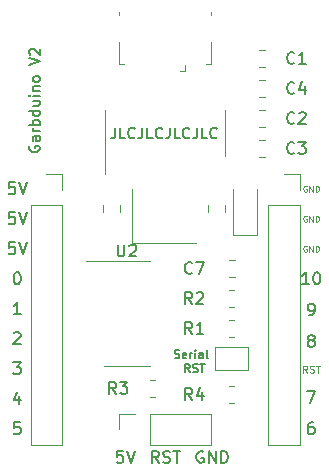
<source format=gbr>
G04 #@! TF.GenerationSoftware,KiCad,Pcbnew,(5.1.9)-1*
G04 #@! TF.CreationDate,2021-03-27T20:38:15-07:00*
G04 #@! TF.ProjectId,attiny_arduino_serial,61747469-6e79-45f6-9172-6475696e6f5f,rev?*
G04 #@! TF.SameCoordinates,Original*
G04 #@! TF.FileFunction,Legend,Top*
G04 #@! TF.FilePolarity,Positive*
%FSLAX46Y46*%
G04 Gerber Fmt 4.6, Leading zero omitted, Abs format (unit mm)*
G04 Created by KiCad (PCBNEW (5.1.9)-1) date 2021-03-27 20:38:15*
%MOMM*%
%LPD*%
G01*
G04 APERTURE LIST*
%ADD10C,0.150000*%
%ADD11C,0.130000*%
%ADD12C,0.100000*%
%ADD13C,0.120000*%
G04 APERTURE END LIST*
D10*
X94902857Y-31257142D02*
X94902857Y-31900000D01*
X94860000Y-32028571D01*
X94774285Y-32114285D01*
X94645714Y-32157142D01*
X94560000Y-32157142D01*
X95760000Y-32157142D02*
X95331428Y-32157142D01*
X95331428Y-31257142D01*
X96574285Y-32071428D02*
X96531428Y-32114285D01*
X96402857Y-32157142D01*
X96317142Y-32157142D01*
X96188571Y-32114285D01*
X96102857Y-32028571D01*
X96060000Y-31942857D01*
X96017142Y-31771428D01*
X96017142Y-31642857D01*
X96060000Y-31471428D01*
X96102857Y-31385714D01*
X96188571Y-31300000D01*
X96317142Y-31257142D01*
X96402857Y-31257142D01*
X96531428Y-31300000D01*
X96574285Y-31342857D01*
X97217142Y-31257142D02*
X97217142Y-31900000D01*
X97174285Y-32028571D01*
X97088571Y-32114285D01*
X96960000Y-32157142D01*
X96874285Y-32157142D01*
X98074285Y-32157142D02*
X97645714Y-32157142D01*
X97645714Y-31257142D01*
X98888571Y-32071428D02*
X98845714Y-32114285D01*
X98717142Y-32157142D01*
X98631428Y-32157142D01*
X98502857Y-32114285D01*
X98417142Y-32028571D01*
X98374285Y-31942857D01*
X98331428Y-31771428D01*
X98331428Y-31642857D01*
X98374285Y-31471428D01*
X98417142Y-31385714D01*
X98502857Y-31300000D01*
X98631428Y-31257142D01*
X98717142Y-31257142D01*
X98845714Y-31300000D01*
X98888571Y-31342857D01*
X99531428Y-31257142D02*
X99531428Y-31900000D01*
X99488571Y-32028571D01*
X99402857Y-32114285D01*
X99274285Y-32157142D01*
X99188571Y-32157142D01*
X100388571Y-32157142D02*
X99960000Y-32157142D01*
X99960000Y-31257142D01*
X101202857Y-32071428D02*
X101160000Y-32114285D01*
X101031428Y-32157142D01*
X100945714Y-32157142D01*
X100817142Y-32114285D01*
X100731428Y-32028571D01*
X100688571Y-31942857D01*
X100645714Y-31771428D01*
X100645714Y-31642857D01*
X100688571Y-31471428D01*
X100731428Y-31385714D01*
X100817142Y-31300000D01*
X100945714Y-31257142D01*
X101031428Y-31257142D01*
X101160000Y-31300000D01*
X101202857Y-31342857D01*
X101845714Y-31257142D02*
X101845714Y-31900000D01*
X101802857Y-32028571D01*
X101717142Y-32114285D01*
X101588571Y-32157142D01*
X101502857Y-32157142D01*
X102702857Y-32157142D02*
X102274285Y-32157142D01*
X102274285Y-31257142D01*
X103517142Y-32071428D02*
X103474285Y-32114285D01*
X103345714Y-32157142D01*
X103260000Y-32157142D01*
X103131428Y-32114285D01*
X103045714Y-32028571D01*
X103002857Y-31942857D01*
X102960000Y-31771428D01*
X102960000Y-31642857D01*
X103002857Y-31471428D01*
X103045714Y-31385714D01*
X103131428Y-31300000D01*
X103260000Y-31257142D01*
X103345714Y-31257142D01*
X103474285Y-31300000D01*
X103517142Y-31342857D01*
D11*
X87688000Y-32813142D02*
X87645142Y-32898857D01*
X87645142Y-33027428D01*
X87688000Y-33156000D01*
X87773714Y-33241714D01*
X87859428Y-33284571D01*
X88030857Y-33327428D01*
X88159428Y-33327428D01*
X88330857Y-33284571D01*
X88416571Y-33241714D01*
X88502285Y-33156000D01*
X88545142Y-33027428D01*
X88545142Y-32941714D01*
X88502285Y-32813142D01*
X88459428Y-32770285D01*
X88159428Y-32770285D01*
X88159428Y-32941714D01*
X88545142Y-31998857D02*
X88073714Y-31998857D01*
X87988000Y-32041714D01*
X87945142Y-32127428D01*
X87945142Y-32298857D01*
X87988000Y-32384571D01*
X88502285Y-31998857D02*
X88545142Y-32084571D01*
X88545142Y-32298857D01*
X88502285Y-32384571D01*
X88416571Y-32427428D01*
X88330857Y-32427428D01*
X88245142Y-32384571D01*
X88202285Y-32298857D01*
X88202285Y-32084571D01*
X88159428Y-31998857D01*
X88545142Y-31570285D02*
X87945142Y-31570285D01*
X88116571Y-31570285D02*
X88030857Y-31527428D01*
X87988000Y-31484571D01*
X87945142Y-31398857D01*
X87945142Y-31313142D01*
X88545142Y-31013142D02*
X87645142Y-31013142D01*
X87988000Y-31013142D02*
X87945142Y-30927428D01*
X87945142Y-30756000D01*
X87988000Y-30670285D01*
X88030857Y-30627428D01*
X88116571Y-30584571D01*
X88373714Y-30584571D01*
X88459428Y-30627428D01*
X88502285Y-30670285D01*
X88545142Y-30756000D01*
X88545142Y-30927428D01*
X88502285Y-31013142D01*
X88545142Y-29813142D02*
X87645142Y-29813142D01*
X88502285Y-29813142D02*
X88545142Y-29898857D01*
X88545142Y-30070285D01*
X88502285Y-30156000D01*
X88459428Y-30198857D01*
X88373714Y-30241714D01*
X88116571Y-30241714D01*
X88030857Y-30198857D01*
X87988000Y-30156000D01*
X87945142Y-30070285D01*
X87945142Y-29898857D01*
X87988000Y-29813142D01*
X87945142Y-28998857D02*
X88545142Y-28998857D01*
X87945142Y-29384571D02*
X88416571Y-29384571D01*
X88502285Y-29341714D01*
X88545142Y-29256000D01*
X88545142Y-29127428D01*
X88502285Y-29041714D01*
X88459428Y-28998857D01*
X88545142Y-28570285D02*
X87945142Y-28570285D01*
X87645142Y-28570285D02*
X87688000Y-28613142D01*
X87730857Y-28570285D01*
X87688000Y-28527428D01*
X87645142Y-28570285D01*
X87730857Y-28570285D01*
X87945142Y-28141714D02*
X88545142Y-28141714D01*
X88030857Y-28141714D02*
X87988000Y-28098857D01*
X87945142Y-28013142D01*
X87945142Y-27884571D01*
X87988000Y-27798857D01*
X88073714Y-27756000D01*
X88545142Y-27756000D01*
X88545142Y-27198857D02*
X88502285Y-27284571D01*
X88459428Y-27327428D01*
X88373714Y-27370285D01*
X88116571Y-27370285D01*
X88030857Y-27327428D01*
X87988000Y-27284571D01*
X87945142Y-27198857D01*
X87945142Y-27070285D01*
X87988000Y-26984571D01*
X88030857Y-26941714D01*
X88116571Y-26898857D01*
X88373714Y-26898857D01*
X88459428Y-26941714D01*
X88502285Y-26984571D01*
X88545142Y-27070285D01*
X88545142Y-27198857D01*
X87645142Y-25956000D02*
X88545142Y-25656000D01*
X87645142Y-25356000D01*
X87730857Y-25098857D02*
X87688000Y-25056000D01*
X87645142Y-24970285D01*
X87645142Y-24756000D01*
X87688000Y-24670285D01*
X87730857Y-24627428D01*
X87816571Y-24584571D01*
X87902285Y-24584571D01*
X88030857Y-24627428D01*
X88545142Y-25141714D01*
X88545142Y-24584571D01*
D10*
X99950000Y-50737333D02*
X100050000Y-50770666D01*
X100216666Y-50770666D01*
X100283333Y-50737333D01*
X100316666Y-50704000D01*
X100350000Y-50637333D01*
X100350000Y-50570666D01*
X100316666Y-50504000D01*
X100283333Y-50470666D01*
X100216666Y-50437333D01*
X100083333Y-50404000D01*
X100016666Y-50370666D01*
X99983333Y-50337333D01*
X99950000Y-50270666D01*
X99950000Y-50204000D01*
X99983333Y-50137333D01*
X100016666Y-50104000D01*
X100083333Y-50070666D01*
X100250000Y-50070666D01*
X100350000Y-50104000D01*
X100916666Y-50737333D02*
X100850000Y-50770666D01*
X100716666Y-50770666D01*
X100650000Y-50737333D01*
X100616666Y-50670666D01*
X100616666Y-50404000D01*
X100650000Y-50337333D01*
X100716666Y-50304000D01*
X100850000Y-50304000D01*
X100916666Y-50337333D01*
X100950000Y-50404000D01*
X100950000Y-50470666D01*
X100616666Y-50537333D01*
X101250000Y-50770666D02*
X101250000Y-50304000D01*
X101250000Y-50437333D02*
X101283333Y-50370666D01*
X101316666Y-50337333D01*
X101383333Y-50304000D01*
X101450000Y-50304000D01*
X101683333Y-50770666D02*
X101683333Y-50304000D01*
X101683333Y-50070666D02*
X101650000Y-50104000D01*
X101683333Y-50137333D01*
X101716666Y-50104000D01*
X101683333Y-50070666D01*
X101683333Y-50137333D01*
X102316666Y-50770666D02*
X102316666Y-50404000D01*
X102283333Y-50337333D01*
X102216666Y-50304000D01*
X102083333Y-50304000D01*
X102016666Y-50337333D01*
X102316666Y-50737333D02*
X102250000Y-50770666D01*
X102083333Y-50770666D01*
X102016666Y-50737333D01*
X101983333Y-50670666D01*
X101983333Y-50604000D01*
X102016666Y-50537333D01*
X102083333Y-50504000D01*
X102250000Y-50504000D01*
X102316666Y-50470666D01*
X102750000Y-50770666D02*
X102683333Y-50737333D01*
X102650000Y-50670666D01*
X102650000Y-50070666D01*
X101216666Y-51970666D02*
X100983333Y-51637333D01*
X100816666Y-51970666D02*
X100816666Y-51270666D01*
X101083333Y-51270666D01*
X101150000Y-51304000D01*
X101183333Y-51337333D01*
X101216666Y-51404000D01*
X101216666Y-51504000D01*
X101183333Y-51570666D01*
X101150000Y-51604000D01*
X101083333Y-51637333D01*
X100816666Y-51637333D01*
X101483333Y-51937333D02*
X101583333Y-51970666D01*
X101750000Y-51970666D01*
X101816666Y-51937333D01*
X101850000Y-51904000D01*
X101883333Y-51837333D01*
X101883333Y-51770666D01*
X101850000Y-51704000D01*
X101816666Y-51670666D01*
X101750000Y-51637333D01*
X101616666Y-51604000D01*
X101550000Y-51570666D01*
X101516666Y-51537333D01*
X101483333Y-51470666D01*
X101483333Y-51404000D01*
X101516666Y-51337333D01*
X101550000Y-51304000D01*
X101616666Y-51270666D01*
X101783333Y-51270666D01*
X101883333Y-51304000D01*
X102083333Y-51270666D02*
X102483333Y-51270666D01*
X102283333Y-51970666D02*
X102283333Y-51270666D01*
X86423523Y-35881880D02*
X85947333Y-35881880D01*
X85899714Y-36358071D01*
X85947333Y-36310452D01*
X86042571Y-36262833D01*
X86280666Y-36262833D01*
X86375904Y-36310452D01*
X86423523Y-36358071D01*
X86471142Y-36453309D01*
X86471142Y-36691404D01*
X86423523Y-36786642D01*
X86375904Y-36834261D01*
X86280666Y-36881880D01*
X86042571Y-36881880D01*
X85947333Y-36834261D01*
X85899714Y-36786642D01*
X86756857Y-35881880D02*
X87090190Y-36881880D01*
X87423523Y-35881880D01*
X86423523Y-38421880D02*
X85947333Y-38421880D01*
X85899714Y-38898071D01*
X85947333Y-38850452D01*
X86042571Y-38802833D01*
X86280666Y-38802833D01*
X86375904Y-38850452D01*
X86423523Y-38898071D01*
X86471142Y-38993309D01*
X86471142Y-39231404D01*
X86423523Y-39326642D01*
X86375904Y-39374261D01*
X86280666Y-39421880D01*
X86042571Y-39421880D01*
X85947333Y-39374261D01*
X85899714Y-39326642D01*
X86756857Y-38421880D02*
X87090190Y-39421880D01*
X87423523Y-38421880D01*
X86423523Y-40961880D02*
X85947333Y-40961880D01*
X85899714Y-41438071D01*
X85947333Y-41390452D01*
X86042571Y-41342833D01*
X86280666Y-41342833D01*
X86375904Y-41390452D01*
X86423523Y-41438071D01*
X86471142Y-41533309D01*
X86471142Y-41771404D01*
X86423523Y-41866642D01*
X86375904Y-41914261D01*
X86280666Y-41961880D01*
X86042571Y-41961880D01*
X85947333Y-41914261D01*
X85899714Y-41866642D01*
X86756857Y-40961880D02*
X87090190Y-41961880D01*
X87423523Y-40961880D01*
D12*
X111125047Y-36200750D02*
X111077428Y-36176940D01*
X111006000Y-36176940D01*
X110934571Y-36200750D01*
X110886952Y-36248369D01*
X110863142Y-36295988D01*
X110839333Y-36391226D01*
X110839333Y-36462654D01*
X110863142Y-36557892D01*
X110886952Y-36605511D01*
X110934571Y-36653130D01*
X111006000Y-36676940D01*
X111053619Y-36676940D01*
X111125047Y-36653130D01*
X111148857Y-36629321D01*
X111148857Y-36462654D01*
X111053619Y-36462654D01*
X111363142Y-36676940D02*
X111363142Y-36176940D01*
X111648857Y-36676940D01*
X111648857Y-36176940D01*
X111886952Y-36676940D02*
X111886952Y-36176940D01*
X112006000Y-36176940D01*
X112077428Y-36200750D01*
X112125047Y-36248369D01*
X112148857Y-36295988D01*
X112172666Y-36391226D01*
X112172666Y-36462654D01*
X112148857Y-36557892D01*
X112125047Y-36605511D01*
X112077428Y-36653130D01*
X112006000Y-36676940D01*
X111886952Y-36676940D01*
X111125047Y-38740750D02*
X111077428Y-38716940D01*
X111006000Y-38716940D01*
X110934571Y-38740750D01*
X110886952Y-38788369D01*
X110863142Y-38835988D01*
X110839333Y-38931226D01*
X110839333Y-39002654D01*
X110863142Y-39097892D01*
X110886952Y-39145511D01*
X110934571Y-39193130D01*
X111006000Y-39216940D01*
X111053619Y-39216940D01*
X111125047Y-39193130D01*
X111148857Y-39169321D01*
X111148857Y-39002654D01*
X111053619Y-39002654D01*
X111363142Y-39216940D02*
X111363142Y-38716940D01*
X111648857Y-39216940D01*
X111648857Y-38716940D01*
X111886952Y-39216940D02*
X111886952Y-38716940D01*
X112006000Y-38716940D01*
X112077428Y-38740750D01*
X112125047Y-38788369D01*
X112148857Y-38835988D01*
X112172666Y-38931226D01*
X112172666Y-39002654D01*
X112148857Y-39097892D01*
X112125047Y-39145511D01*
X112077428Y-39193130D01*
X112006000Y-39216940D01*
X111886952Y-39216940D01*
X111125047Y-41280750D02*
X111077428Y-41256940D01*
X111006000Y-41256940D01*
X110934571Y-41280750D01*
X110886952Y-41328369D01*
X110863142Y-41375988D01*
X110839333Y-41471226D01*
X110839333Y-41542654D01*
X110863142Y-41637892D01*
X110886952Y-41685511D01*
X110934571Y-41733130D01*
X111006000Y-41756940D01*
X111053619Y-41756940D01*
X111125047Y-41733130D01*
X111148857Y-41709321D01*
X111148857Y-41542654D01*
X111053619Y-41542654D01*
X111363142Y-41756940D02*
X111363142Y-41256940D01*
X111648857Y-41756940D01*
X111648857Y-41256940D01*
X111886952Y-41756940D02*
X111886952Y-41256940D01*
X112006000Y-41256940D01*
X112077428Y-41280750D01*
X112125047Y-41328369D01*
X112148857Y-41375988D01*
X112172666Y-41471226D01*
X112172666Y-41542654D01*
X112148857Y-41637892D01*
X112125047Y-41685511D01*
X112077428Y-41733130D01*
X112006000Y-41756940D01*
X111886952Y-41756940D01*
D10*
X111315523Y-44501880D02*
X110744095Y-44501880D01*
X111029809Y-44501880D02*
X111029809Y-43501880D01*
X110934571Y-43644738D01*
X110839333Y-43739976D01*
X110744095Y-43787595D01*
X111934571Y-43501880D02*
X112029809Y-43501880D01*
X112125047Y-43549500D01*
X112172666Y-43597119D01*
X112220285Y-43692357D01*
X112267904Y-43882833D01*
X112267904Y-44120928D01*
X112220285Y-44311404D01*
X112172666Y-44406642D01*
X112125047Y-44454261D01*
X112029809Y-44501880D01*
X111934571Y-44501880D01*
X111839333Y-44454261D01*
X111791714Y-44406642D01*
X111744095Y-44311404D01*
X111696476Y-44120928D01*
X111696476Y-43882833D01*
X111744095Y-43692357D01*
X111791714Y-43597119D01*
X111839333Y-43549500D01*
X111934571Y-43501880D01*
X111315523Y-47161880D02*
X111506000Y-47161880D01*
X111601238Y-47114261D01*
X111648857Y-47066642D01*
X111744095Y-46923785D01*
X111791714Y-46733309D01*
X111791714Y-46352357D01*
X111744095Y-46257119D01*
X111696476Y-46209500D01*
X111601238Y-46161880D01*
X111410761Y-46161880D01*
X111315523Y-46209500D01*
X111267904Y-46257119D01*
X111220285Y-46352357D01*
X111220285Y-46590452D01*
X111267904Y-46685690D01*
X111315523Y-46733309D01*
X111410761Y-46780928D01*
X111601238Y-46780928D01*
X111696476Y-46733309D01*
X111744095Y-46685690D01*
X111791714Y-46590452D01*
X111410761Y-49250452D02*
X111315523Y-49202833D01*
X111267904Y-49155214D01*
X111220285Y-49059976D01*
X111220285Y-49012357D01*
X111267904Y-48917119D01*
X111315523Y-48869500D01*
X111410761Y-48821880D01*
X111601238Y-48821880D01*
X111696476Y-48869500D01*
X111744095Y-48917119D01*
X111791714Y-49012357D01*
X111791714Y-49059976D01*
X111744095Y-49155214D01*
X111696476Y-49202833D01*
X111601238Y-49250452D01*
X111410761Y-49250452D01*
X111315523Y-49298071D01*
X111267904Y-49345690D01*
X111220285Y-49440928D01*
X111220285Y-49631404D01*
X111267904Y-49726642D01*
X111315523Y-49774261D01*
X111410761Y-49821880D01*
X111601238Y-49821880D01*
X111696476Y-49774261D01*
X111744095Y-49726642D01*
X111791714Y-49631404D01*
X111791714Y-49440928D01*
X111744095Y-49345690D01*
X111696476Y-49298071D01*
X111601238Y-49250452D01*
D12*
X111177428Y-52012928D02*
X110977428Y-51727214D01*
X110834571Y-52012928D02*
X110834571Y-51412928D01*
X111063142Y-51412928D01*
X111120285Y-51441500D01*
X111148857Y-51470071D01*
X111177428Y-51527214D01*
X111177428Y-51612928D01*
X111148857Y-51670071D01*
X111120285Y-51698642D01*
X111063142Y-51727214D01*
X110834571Y-51727214D01*
X111406000Y-51984357D02*
X111491714Y-52012928D01*
X111634571Y-52012928D01*
X111691714Y-51984357D01*
X111720285Y-51955785D01*
X111748857Y-51898642D01*
X111748857Y-51841500D01*
X111720285Y-51784357D01*
X111691714Y-51755785D01*
X111634571Y-51727214D01*
X111520285Y-51698642D01*
X111463142Y-51670071D01*
X111434571Y-51641500D01*
X111406000Y-51584357D01*
X111406000Y-51527214D01*
X111434571Y-51470071D01*
X111463142Y-51441500D01*
X111520285Y-51412928D01*
X111663142Y-51412928D01*
X111748857Y-51441500D01*
X111920285Y-51412928D02*
X112263142Y-51412928D01*
X112091714Y-52012928D02*
X112091714Y-51412928D01*
D10*
X111172666Y-53541880D02*
X111839333Y-53541880D01*
X111410761Y-54541880D01*
X111696476Y-56201880D02*
X111506000Y-56201880D01*
X111410761Y-56249500D01*
X111363142Y-56297119D01*
X111267904Y-56439976D01*
X111220285Y-56630452D01*
X111220285Y-57011404D01*
X111267904Y-57106642D01*
X111315523Y-57154261D01*
X111410761Y-57201880D01*
X111601238Y-57201880D01*
X111696476Y-57154261D01*
X111744095Y-57106642D01*
X111791714Y-57011404D01*
X111791714Y-56773309D01*
X111744095Y-56678071D01*
X111696476Y-56630452D01*
X111601238Y-56582833D01*
X111410761Y-56582833D01*
X111315523Y-56630452D01*
X111267904Y-56678071D01*
X111220285Y-56773309D01*
X86852095Y-56201880D02*
X86375904Y-56201880D01*
X86328285Y-56678071D01*
X86375904Y-56630452D01*
X86471142Y-56582833D01*
X86709238Y-56582833D01*
X86804476Y-56630452D01*
X86852095Y-56678071D01*
X86899714Y-56773309D01*
X86899714Y-57011404D01*
X86852095Y-57106642D01*
X86804476Y-57154261D01*
X86709238Y-57201880D01*
X86471142Y-57201880D01*
X86375904Y-57154261D01*
X86328285Y-57106642D01*
X86804476Y-53995214D02*
X86804476Y-54661880D01*
X86566380Y-53614261D02*
X86328285Y-54328547D01*
X86947333Y-54328547D01*
X86280666Y-51121880D02*
X86899714Y-51121880D01*
X86566380Y-51502833D01*
X86709238Y-51502833D01*
X86804476Y-51550452D01*
X86852095Y-51598071D01*
X86899714Y-51693309D01*
X86899714Y-51931404D01*
X86852095Y-52026642D01*
X86804476Y-52074261D01*
X86709238Y-52121880D01*
X86423523Y-52121880D01*
X86328285Y-52074261D01*
X86280666Y-52026642D01*
X86328285Y-48677119D02*
X86375904Y-48629500D01*
X86471142Y-48581880D01*
X86709238Y-48581880D01*
X86804476Y-48629500D01*
X86852095Y-48677119D01*
X86899714Y-48772357D01*
X86899714Y-48867595D01*
X86852095Y-49010452D01*
X86280666Y-49581880D01*
X86899714Y-49581880D01*
X86899714Y-47041880D02*
X86328285Y-47041880D01*
X86614000Y-47041880D02*
X86614000Y-46041880D01*
X86518761Y-46184738D01*
X86423523Y-46279976D01*
X86328285Y-46327595D01*
X86566380Y-43501880D02*
X86661619Y-43501880D01*
X86756857Y-43549500D01*
X86804476Y-43597119D01*
X86852095Y-43692357D01*
X86899714Y-43882833D01*
X86899714Y-44120928D01*
X86852095Y-44311404D01*
X86804476Y-44406642D01*
X86756857Y-44454261D01*
X86661619Y-44501880D01*
X86566380Y-44501880D01*
X86471142Y-44454261D01*
X86423523Y-44406642D01*
X86375904Y-44311404D01*
X86328285Y-44120928D01*
X86328285Y-43882833D01*
X86375904Y-43692357D01*
X86423523Y-43597119D01*
X86471142Y-43549500D01*
X86566380Y-43501880D01*
X102362095Y-58682000D02*
X102266857Y-58634380D01*
X102124000Y-58634380D01*
X101981142Y-58682000D01*
X101885904Y-58777238D01*
X101838285Y-58872476D01*
X101790666Y-59062952D01*
X101790666Y-59205809D01*
X101838285Y-59396285D01*
X101885904Y-59491523D01*
X101981142Y-59586761D01*
X102124000Y-59634380D01*
X102219238Y-59634380D01*
X102362095Y-59586761D01*
X102409714Y-59539142D01*
X102409714Y-59205809D01*
X102219238Y-59205809D01*
X102838285Y-59634380D02*
X102838285Y-58634380D01*
X103409714Y-59634380D01*
X103409714Y-58634380D01*
X103885904Y-59634380D02*
X103885904Y-58634380D01*
X104124000Y-58634380D01*
X104266857Y-58682000D01*
X104362095Y-58777238D01*
X104409714Y-58872476D01*
X104457333Y-59062952D01*
X104457333Y-59205809D01*
X104409714Y-59396285D01*
X104362095Y-59491523D01*
X104266857Y-59586761D01*
X104124000Y-59634380D01*
X103885904Y-59634380D01*
X98597380Y-59634380D02*
X98264047Y-59158190D01*
X98025952Y-59634380D02*
X98025952Y-58634380D01*
X98406904Y-58634380D01*
X98502142Y-58682000D01*
X98549761Y-58729619D01*
X98597380Y-58824857D01*
X98597380Y-58967714D01*
X98549761Y-59062952D01*
X98502142Y-59110571D01*
X98406904Y-59158190D01*
X98025952Y-59158190D01*
X98978333Y-59586761D02*
X99121190Y-59634380D01*
X99359285Y-59634380D01*
X99454523Y-59586761D01*
X99502142Y-59539142D01*
X99549761Y-59443904D01*
X99549761Y-59348666D01*
X99502142Y-59253428D01*
X99454523Y-59205809D01*
X99359285Y-59158190D01*
X99168809Y-59110571D01*
X99073571Y-59062952D01*
X99025952Y-59015333D01*
X98978333Y-58920095D01*
X98978333Y-58824857D01*
X99025952Y-58729619D01*
X99073571Y-58682000D01*
X99168809Y-58634380D01*
X99406904Y-58634380D01*
X99549761Y-58682000D01*
X99835476Y-58634380D02*
X100406904Y-58634380D01*
X100121190Y-59634380D02*
X100121190Y-58634380D01*
X95567523Y-58634380D02*
X95091333Y-58634380D01*
X95043714Y-59110571D01*
X95091333Y-59062952D01*
X95186571Y-59015333D01*
X95424666Y-59015333D01*
X95519904Y-59062952D01*
X95567523Y-59110571D01*
X95615142Y-59205809D01*
X95615142Y-59443904D01*
X95567523Y-59539142D01*
X95519904Y-59586761D01*
X95424666Y-59634380D01*
X95186571Y-59634380D01*
X95091333Y-59586761D01*
X95043714Y-59539142D01*
X95900857Y-58634380D02*
X96234190Y-59634380D01*
X96567523Y-58634380D01*
D13*
G04 #@! TO.C,R4*
X105002064Y-53113000D02*
X104547936Y-53113000D01*
X105002064Y-54583000D02*
X104547936Y-54583000D01*
G04 #@! TO.C,D1*
X104918000Y-40350000D02*
X104918000Y-36450000D01*
X106918000Y-40350000D02*
X106918000Y-36450000D01*
X104918000Y-40350000D02*
X106918000Y-40350000D01*
G04 #@! TO.C,Y1*
X96360000Y-40985000D02*
X101760000Y-40985000D01*
X96360000Y-36485000D02*
X96360000Y-40985000D01*
G04 #@! TO.C,U2*
X95885000Y-42555000D02*
X92435000Y-42555000D01*
X95885000Y-42555000D02*
X97835000Y-42555000D01*
X95885000Y-51425000D02*
X93935000Y-51425000D01*
X95885000Y-51425000D02*
X97835000Y-51425000D01*
G04 #@! TO.C,U1*
X94070000Y-31750000D02*
X94070000Y-35200000D01*
X94070000Y-31750000D02*
X94070000Y-29800000D01*
X104190000Y-31750000D02*
X104190000Y-33700000D01*
X104190000Y-31750000D02*
X104190000Y-29800000D01*
G04 #@! TO.C,R3*
X98287064Y-52605000D02*
X97832936Y-52605000D01*
X98287064Y-54075000D02*
X97832936Y-54075000D01*
G04 #@! TO.C,R2*
X104547936Y-46455000D02*
X105002064Y-46455000D01*
X104547936Y-44985000D02*
X105002064Y-44985000D01*
G04 #@! TO.C,R1*
X104547936Y-48995000D02*
X105002064Y-48995000D01*
X104547936Y-47525000D02*
X105002064Y-47525000D01*
G04 #@! TO.C,JP1*
X106175000Y-51800000D02*
X103375000Y-51800000D01*
X103375000Y-51800000D02*
X103375000Y-49800000D01*
X103375000Y-49800000D02*
X106175000Y-49800000D01*
X106175000Y-49800000D02*
X106175000Y-51800000D01*
G04 #@! TO.C,J4*
X109220000Y-35167000D02*
X110550000Y-35167000D01*
X110550000Y-35167000D02*
X110550000Y-36497000D01*
X110550000Y-37767000D02*
X110550000Y-58147000D01*
X107890000Y-58147000D02*
X110550000Y-58147000D01*
X107890000Y-37767000D02*
X107890000Y-58147000D01*
X107890000Y-37767000D02*
X110550000Y-37767000D01*
G04 #@! TO.C,J3*
X89090000Y-35167000D02*
X90420000Y-35167000D01*
X90420000Y-35167000D02*
X90420000Y-36497000D01*
X90420000Y-37767000D02*
X90420000Y-58147000D01*
X87760000Y-58147000D02*
X90420000Y-58147000D01*
X87760000Y-37767000D02*
X87760000Y-58147000D01*
X87760000Y-37767000D02*
X90420000Y-37767000D01*
G04 #@! TO.C,J2*
X95275000Y-56797000D02*
X95275000Y-55467000D01*
X95275000Y-55467000D02*
X96605000Y-55467000D01*
X97875000Y-55467000D02*
X103015000Y-55467000D01*
X103015000Y-58127000D02*
X103015000Y-55467000D01*
X97875000Y-58127000D02*
X103015000Y-58127000D01*
X97875000Y-58127000D02*
X97875000Y-55467000D01*
G04 #@! TO.C,J1*
X100830000Y-26442500D02*
X100830000Y-25992500D01*
X100830000Y-26442500D02*
X100380000Y-26442500D01*
X95230000Y-25892500D02*
X95680000Y-25892500D01*
X95230000Y-24042500D02*
X95230000Y-25892500D01*
X103030000Y-21492500D02*
X103030000Y-21742500D01*
X95230000Y-21492500D02*
X95230000Y-21742500D01*
X103030000Y-24042500D02*
X103030000Y-25892500D01*
X103030000Y-25892500D02*
X102580000Y-25892500D01*
G04 #@! TO.C,C7*
X104513748Y-43915000D02*
X105036252Y-43915000D01*
X104513748Y-42445000D02*
X105036252Y-42445000D01*
G04 #@! TO.C,C6*
X102770000Y-37838748D02*
X102770000Y-38361252D01*
X104240000Y-37838748D02*
X104240000Y-38361252D01*
G04 #@! TO.C,C5*
X95350000Y-38361252D02*
X95350000Y-37838748D01*
X93880000Y-38361252D02*
X93880000Y-37838748D01*
G04 #@! TO.C,C4*
X107053748Y-28675000D02*
X107576252Y-28675000D01*
X107053748Y-27205000D02*
X107576252Y-27205000D01*
G04 #@! TO.C,C3*
X107053748Y-33755000D02*
X107576252Y-33755000D01*
X107053748Y-32285000D02*
X107576252Y-32285000D01*
G04 #@! TO.C,C2*
X107053748Y-31215000D02*
X107576252Y-31215000D01*
X107053748Y-29745000D02*
X107576252Y-29745000D01*
G04 #@! TO.C,C1*
X107053748Y-26135000D02*
X107576252Y-26135000D01*
X107053748Y-24665000D02*
X107576252Y-24665000D01*
G04 #@! TO.C,R4*
D10*
X101433333Y-54300381D02*
X101100000Y-53824191D01*
X100861904Y-54300381D02*
X100861904Y-53300381D01*
X101242857Y-53300381D01*
X101338095Y-53348001D01*
X101385714Y-53395620D01*
X101433333Y-53490858D01*
X101433333Y-53633715D01*
X101385714Y-53728953D01*
X101338095Y-53776572D01*
X101242857Y-53824191D01*
X100861904Y-53824191D01*
X102290476Y-53633715D02*
X102290476Y-54300381D01*
X102052380Y-53252762D02*
X101814285Y-53967048D01*
X102433333Y-53967048D01*
G04 #@! TO.C,U2*
X95123095Y-41162380D02*
X95123095Y-41971904D01*
X95170714Y-42067142D01*
X95218333Y-42114761D01*
X95313571Y-42162380D01*
X95504047Y-42162380D01*
X95599285Y-42114761D01*
X95646904Y-42067142D01*
X95694523Y-41971904D01*
X95694523Y-41162380D01*
X96123095Y-41257619D02*
X96170714Y-41210000D01*
X96265952Y-41162380D01*
X96504047Y-41162380D01*
X96599285Y-41210000D01*
X96646904Y-41257619D01*
X96694523Y-41352857D01*
X96694523Y-41448095D01*
X96646904Y-41590952D01*
X96075476Y-42162380D01*
X96694523Y-42162380D01*
G04 #@! TO.C,R3*
X94988333Y-53792380D02*
X94655000Y-53316190D01*
X94416904Y-53792380D02*
X94416904Y-52792380D01*
X94797857Y-52792380D01*
X94893095Y-52840000D01*
X94940714Y-52887619D01*
X94988333Y-52982857D01*
X94988333Y-53125714D01*
X94940714Y-53220952D01*
X94893095Y-53268571D01*
X94797857Y-53316190D01*
X94416904Y-53316190D01*
X95321666Y-52792380D02*
X95940714Y-52792380D01*
X95607380Y-53173333D01*
X95750238Y-53173333D01*
X95845476Y-53220952D01*
X95893095Y-53268571D01*
X95940714Y-53363809D01*
X95940714Y-53601904D01*
X95893095Y-53697142D01*
X95845476Y-53744761D01*
X95750238Y-53792380D01*
X95464523Y-53792380D01*
X95369285Y-53744761D01*
X95321666Y-53697142D01*
G04 #@! TO.C,R2*
X101433333Y-46172380D02*
X101100000Y-45696190D01*
X100861904Y-46172380D02*
X100861904Y-45172380D01*
X101242857Y-45172380D01*
X101338095Y-45220000D01*
X101385714Y-45267619D01*
X101433333Y-45362857D01*
X101433333Y-45505714D01*
X101385714Y-45600952D01*
X101338095Y-45648571D01*
X101242857Y-45696190D01*
X100861904Y-45696190D01*
X101814285Y-45267619D02*
X101861904Y-45220000D01*
X101957142Y-45172380D01*
X102195238Y-45172380D01*
X102290476Y-45220000D01*
X102338095Y-45267619D01*
X102385714Y-45362857D01*
X102385714Y-45458095D01*
X102338095Y-45600952D01*
X101766666Y-46172380D01*
X102385714Y-46172380D01*
G04 #@! TO.C,R1*
X101433333Y-48712380D02*
X101100000Y-48236190D01*
X100861904Y-48712380D02*
X100861904Y-47712380D01*
X101242857Y-47712380D01*
X101338095Y-47760000D01*
X101385714Y-47807619D01*
X101433333Y-47902857D01*
X101433333Y-48045714D01*
X101385714Y-48140952D01*
X101338095Y-48188571D01*
X101242857Y-48236190D01*
X100861904Y-48236190D01*
X102385714Y-48712380D02*
X101814285Y-48712380D01*
X102100000Y-48712380D02*
X102100000Y-47712380D01*
X102004761Y-47855238D01*
X101909523Y-47950476D01*
X101814285Y-47998095D01*
G04 #@! TO.C,C7*
X101433333Y-43537142D02*
X101385714Y-43584761D01*
X101242857Y-43632380D01*
X101147619Y-43632380D01*
X101004761Y-43584761D01*
X100909523Y-43489523D01*
X100861904Y-43394285D01*
X100814285Y-43203809D01*
X100814285Y-43060952D01*
X100861904Y-42870476D01*
X100909523Y-42775238D01*
X101004761Y-42680000D01*
X101147619Y-42632380D01*
X101242857Y-42632380D01*
X101385714Y-42680000D01*
X101433333Y-42727619D01*
X101766666Y-42632380D02*
X102433333Y-42632380D01*
X102004761Y-43632380D01*
G04 #@! TO.C,C4*
X110090833Y-28297142D02*
X110043214Y-28344761D01*
X109900357Y-28392380D01*
X109805119Y-28392380D01*
X109662261Y-28344761D01*
X109567023Y-28249523D01*
X109519404Y-28154285D01*
X109471785Y-27963809D01*
X109471785Y-27820952D01*
X109519404Y-27630476D01*
X109567023Y-27535238D01*
X109662261Y-27440000D01*
X109805119Y-27392380D01*
X109900357Y-27392380D01*
X110043214Y-27440000D01*
X110090833Y-27487619D01*
X110947976Y-27725714D02*
X110947976Y-28392380D01*
X110709880Y-27344761D02*
X110471785Y-28059047D01*
X111090833Y-28059047D01*
G04 #@! TO.C,C3*
X110090833Y-33377142D02*
X110043214Y-33424761D01*
X109900357Y-33472380D01*
X109805119Y-33472380D01*
X109662261Y-33424761D01*
X109567023Y-33329523D01*
X109519404Y-33234285D01*
X109471785Y-33043809D01*
X109471785Y-32900952D01*
X109519404Y-32710476D01*
X109567023Y-32615238D01*
X109662261Y-32520000D01*
X109805119Y-32472380D01*
X109900357Y-32472380D01*
X110043214Y-32520000D01*
X110090833Y-32567619D01*
X110424166Y-32472380D02*
X111043214Y-32472380D01*
X110709880Y-32853333D01*
X110852738Y-32853333D01*
X110947976Y-32900952D01*
X110995595Y-32948571D01*
X111043214Y-33043809D01*
X111043214Y-33281904D01*
X110995595Y-33377142D01*
X110947976Y-33424761D01*
X110852738Y-33472380D01*
X110567023Y-33472380D01*
X110471785Y-33424761D01*
X110424166Y-33377142D01*
G04 #@! TO.C,C2*
X110090833Y-30837142D02*
X110043214Y-30884761D01*
X109900357Y-30932380D01*
X109805119Y-30932380D01*
X109662261Y-30884761D01*
X109567023Y-30789523D01*
X109519404Y-30694285D01*
X109471785Y-30503809D01*
X109471785Y-30360952D01*
X109519404Y-30170476D01*
X109567023Y-30075238D01*
X109662261Y-29980000D01*
X109805119Y-29932380D01*
X109900357Y-29932380D01*
X110043214Y-29980000D01*
X110090833Y-30027619D01*
X110471785Y-30027619D02*
X110519404Y-29980000D01*
X110614642Y-29932380D01*
X110852738Y-29932380D01*
X110947976Y-29980000D01*
X110995595Y-30027619D01*
X111043214Y-30122857D01*
X111043214Y-30218095D01*
X110995595Y-30360952D01*
X110424166Y-30932380D01*
X111043214Y-30932380D01*
G04 #@! TO.C,C1*
X110090833Y-25757142D02*
X110043214Y-25804761D01*
X109900357Y-25852380D01*
X109805119Y-25852380D01*
X109662261Y-25804761D01*
X109567023Y-25709523D01*
X109519404Y-25614285D01*
X109471785Y-25423809D01*
X109471785Y-25280952D01*
X109519404Y-25090476D01*
X109567023Y-24995238D01*
X109662261Y-24900000D01*
X109805119Y-24852380D01*
X109900357Y-24852380D01*
X110043214Y-24900000D01*
X110090833Y-24947619D01*
X111043214Y-25852380D02*
X110471785Y-25852380D01*
X110757500Y-25852380D02*
X110757500Y-24852380D01*
X110662261Y-24995238D01*
X110567023Y-25090476D01*
X110471785Y-25138095D01*
G04 #@! TD*
M02*

</source>
